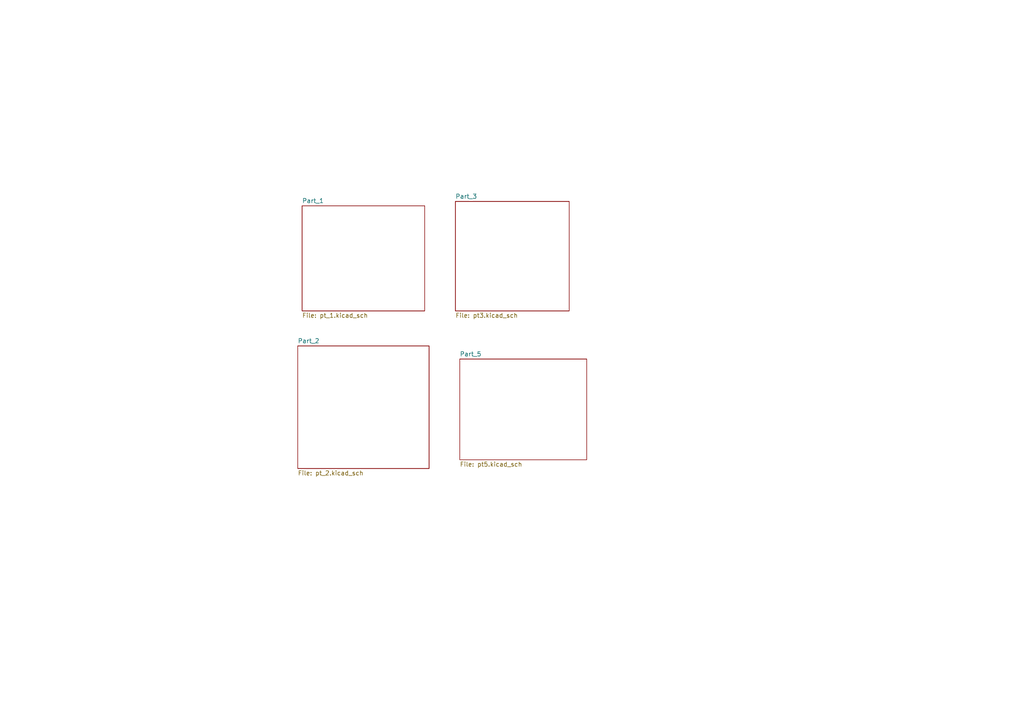
<source format=kicad_sch>
(kicad_sch
	(version 20231120)
	(generator "eeschema")
	(generator_version "8.0")
	(uuid "2b4b4048-8309-401d-ba07-3e19d984b427")
	(paper "A4")
	(lib_symbols)
	(sheet
		(at 86.36 100.33)
		(size 38.1 35.56)
		(fields_autoplaced yes)
		(stroke
			(width 0.1524)
			(type solid)
		)
		(fill
			(color 0 0 0 0.0000)
		)
		(uuid "21ff834f-d62b-4b0a-b36a-481c77b9ba45")
		(property "Sheetname" "Part_2"
			(at 86.36 99.6184 0)
			(effects
				(font
					(size 1.27 1.27)
				)
				(justify left bottom)
			)
		)
		(property "Sheetfile" "pt_2.kicad_sch"
			(at 86.36 136.4746 0)
			(effects
				(font
					(size 1.27 1.27)
				)
				(justify left top)
			)
		)
		(instances
			(project "Lab10"
				(path "/2b4b4048-8309-401d-ba07-3e19d984b427"
					(page "3")
				)
			)
		)
	)
	(sheet
		(at 132.08 58.42)
		(size 33.02 31.75)
		(fields_autoplaced yes)
		(stroke
			(width 0.1524)
			(type solid)
		)
		(fill
			(color 0 0 0 0.0000)
		)
		(uuid "397f0bd2-43b5-4c41-bee7-f211e6e91d7a")
		(property "Sheetname" "Part_3"
			(at 132.08 57.7084 0)
			(effects
				(font
					(size 1.27 1.27)
				)
				(justify left bottom)
			)
		)
		(property "Sheetfile" "pt3.kicad_sch"
			(at 132.08 90.7546 0)
			(effects
				(font
					(size 1.27 1.27)
				)
				(justify left top)
			)
		)
		(instances
			(project "Lab10"
				(path "/2b4b4048-8309-401d-ba07-3e19d984b427"
					(page "4")
				)
			)
		)
	)
	(sheet
		(at 87.63 59.69)
		(size 35.56 30.48)
		(fields_autoplaced yes)
		(stroke
			(width 0.1524)
			(type solid)
		)
		(fill
			(color 0 0 0 0.0000)
		)
		(uuid "945f9b8d-3461-4dcf-b7f5-200cd559d696")
		(property "Sheetname" "Part_1"
			(at 87.63 58.9784 0)
			(effects
				(font
					(size 1.27 1.27)
				)
				(justify left bottom)
			)
		)
		(property "Sheetfile" "pt_1.kicad_sch"
			(at 87.63 90.7546 0)
			(effects
				(font
					(size 1.27 1.27)
				)
				(justify left top)
			)
		)
		(instances
			(project "Lab10"
				(path "/2b4b4048-8309-401d-ba07-3e19d984b427"
					(page "2")
				)
			)
		)
	)
	(sheet
		(at 133.35 104.14)
		(size 36.83 29.21)
		(fields_autoplaced yes)
		(stroke
			(width 0.1524)
			(type solid)
		)
		(fill
			(color 0 0 0 0.0000)
		)
		(uuid "96e8a7c9-60ea-4c12-93cd-4e84207e68ba")
		(property "Sheetname" "Part_5"
			(at 133.35 103.4284 0)
			(effects
				(font
					(size 1.27 1.27)
				)
				(justify left bottom)
			)
		)
		(property "Sheetfile" "pt5.kicad_sch"
			(at 133.35 133.9346 0)
			(effects
				(font
					(size 1.27 1.27)
				)
				(justify left top)
			)
		)
		(instances
			(project "Lab10"
				(path "/2b4b4048-8309-401d-ba07-3e19d984b427"
					(page "5")
				)
			)
		)
	)
	(sheet_instances
		(path "/"
			(page "1")
		)
	)
)

</source>
